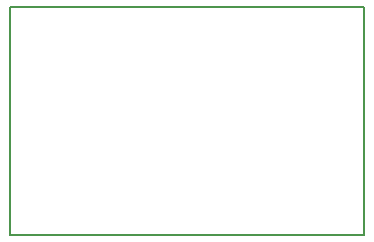
<source format=gbr>
%TF.GenerationSoftware,KiCad,Pcbnew,(6.0.0)*%
%TF.CreationDate,2022-12-01T22:20:14+01:00*%
%TF.ProjectId,current_measurement,63757272-656e-4745-9f6d-656173757265,1.0*%
%TF.SameCoordinates,Original*%
%TF.FileFunction,Profile,NP*%
%FSLAX46Y46*%
G04 Gerber Fmt 4.6, Leading zero omitted, Abs format (unit mm)*
G04 Created by KiCad (PCBNEW (6.0.0)) date 2022-12-01 22:20:14*
%MOMM*%
%LPD*%
G01*
G04 APERTURE LIST*
%TA.AperFunction,Profile*%
%ADD10C,0.200000*%
%TD*%
G04 APERTURE END LIST*
D10*
X116332000Y-55372000D02*
X86360000Y-55372000D01*
X86360000Y-55372000D02*
X86360000Y-74676000D01*
X86360000Y-74676000D02*
X116332000Y-74676000D01*
X116332000Y-74676000D02*
X116332000Y-55372000D01*
M02*

</source>
